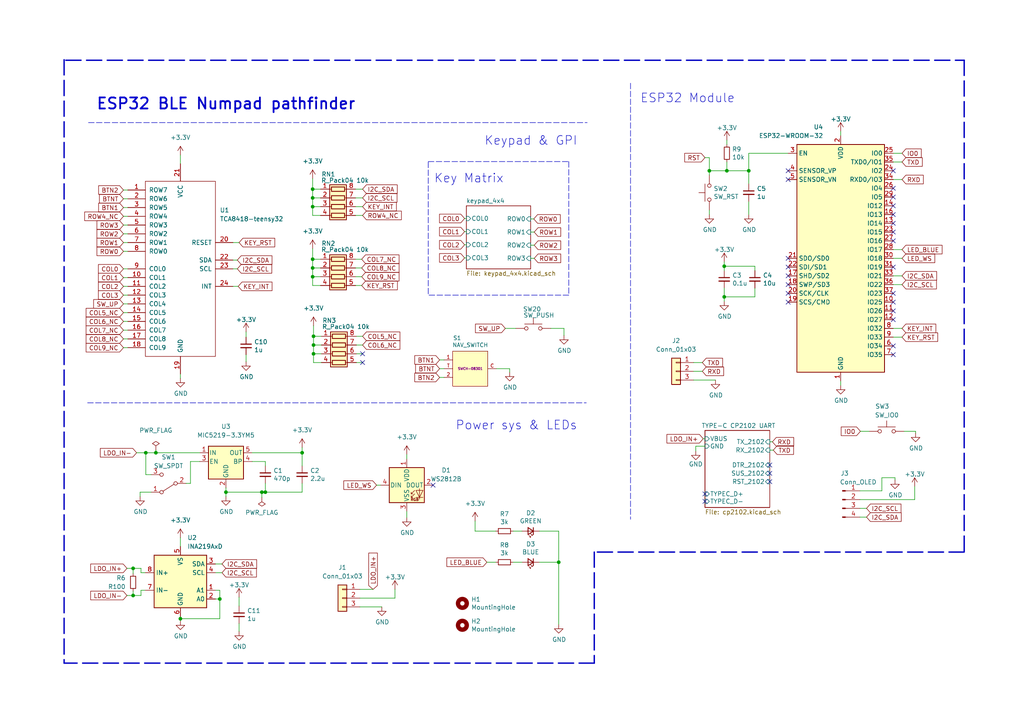
<source format=kicad_sch>
(kicad_sch (version 20211123) (generator eeschema)
  (paper "A4")
  (title_block (title "ESP32 BLE Numpad") (date "2022-10-16") (rev "0.2") (company "cystudio.info"))
  (lib_symbols
    (symbol "Analog_ADC:INA219AxD"
      (property "Reference" "U" (at -6.35 8.89 0))
      (property "Value" "INA219AxD" (at 5.08 8.89 0))
      (symbol "INA219AxD_0_1"
        (rectangle (start -7.62 7.62) (end 7.62 -7.62) (stroke (width 0.254)) (fill (type background)))
      )
      (symbol "INA219AxD_1_1"
        (pin input line (at 10.16 -2.54 180) (length 2.54) (name "A1") (number "1"))
        (pin input line (at 10.16 -5.08 180) (length 2.54) (name "A0") (number "2"))
        (pin bidirectional line (at 10.16 5.08 180) (length 2.54) (name "SDA") (number "3"))
        (pin input line (at 10.16 2.54 180) (length 2.54) (name "SCL") (number "4"))
        (pin power_in line (at 0 10.16 270) (length 2.54) (name "VS") (number "5"))
        (pin power_in line (at 0 -10.16 90) (length 2.54) (name "GND") (number "6"))
        (pin input line (at -10.16 -2.54 0) (length 2.54) (name "IN-") (number "7"))
        (pin input line (at -10.16 2.54 0) (length 2.54) (name "IN+") (number "8"))
      )
    )
    (symbol "Connector:Conn_01x04_Male" (pin_names (offset 1.016) hide)
      (property "Reference" "J" (at 0 5.08 0))
      (property "Value" "Conn_01x04_Male" (at 0 -7.62 0))
      (symbol "Conn_01x04_Male_1_1"
        (polyline (pts (xy 1.27 -5.08) (xy 0.8636 -5.08)) (stroke (width 0.1524)))
        (polyline (pts (xy 1.27 -2.54) (xy 0.8636 -2.54)) (stroke (width 0.1524)))
        (polyline (pts (xy 1.27 0) (xy 0.8636 0)) (stroke (width 0.1524)))
        (polyline (pts (xy 1.27 2.54) (xy 0.8636 2.54)) (stroke (width 0.1524)))
        (rectangle (start 0.8636 -4.953) (end 0 -5.207) (stroke (width 0.1524)) (fill (type outline)))
        (rectangle (start 0.8636 -2.413) (end 0 -2.667) (stroke (width 0.1524)) (fill (type outline)))
        (rectangle (start 0.8636 0.127) (end 0 -0.127) (stroke (width 0.1524)) (fill (type outline)))
        (rectangle (start 0.8636 2.667) (end 0 2.413) (stroke (width 0.1524)) (fill (type outline)))
        (pin passive line (at 5.08 2.54 180) (length 3.81) (name "Pin_1") (number "1"))
        (pin passive line (at 5.08 0 180) (length 3.81) (name "Pin_2") (number "2"))
        (pin passive line (at 5.08 -2.54 180) (length 3.81) (name "Pin_3") (number "3"))
        (pin passive line (at 5.08 -5.08 180) (length 3.81) (name "Pin_4") (number "4"))
      )
    )
    (symbol "Connector_Generic:Conn_01x03" (pin_names (offset 1.016) hide)
      (property "Reference" "J" (at 0 5.08 0))
      (property "Value" "Conn_01x03" (at 0 -5.08 0))
      (symbol "Conn_01x03_1_1"
        (rectangle (start -1.27 -2.413) (end 0 -2.667) (stroke (width 0.1524)))
        (rectangle (start -1.27 0.127) (end 0 -0.127) (stroke (width 0.1524)))
        (rectangle (start -1.27 2.667) (end 0 2.413) (stroke (width 0.1524)))
        (rectangle (start -1.27 3.81) (end 1.27 -3.81) (stroke (width 0.254)) (fill (type background)))
        (pin passive line (at -5.08 2.54 0) (length 3.81) (name "Pin_1") (number "1"))
        (pin passive line (at -5.08 0 0) (length 3.81) (name "Pin_2") (number "2"))
        (pin passive line (at -5.08 -2.54 0) (length 3.81) (name "Pin_3") (number "3"))
      )
    )
    (symbol "Device:C_Small" (pin_numbers hide) (pin_names (offset 0.254) hide)
      (property "Reference" "C" (at 0.254 1.778 0))
      (property "Value" "C_Small" (at 0.254 -2.032 0))
      (symbol "C_Small_0_1"
        (polyline (pts (xy -1.524 -0.508) (xy 1.524 -0.508)) (stroke (width 0.3302)))
        (polyline (pts (xy -1.524 0.508) (xy 1.524 0.508)) (stroke (width 0.3048)))
      )
      (symbol "C_Small_1_1"
        (pin passive line (at 0 2.54 270) (length 2.032) (name "~") (number "1"))
        (pin passive line (at 0 -2.54 90) (length 2.032) (name "~") (number "2"))
      )
    )
    (symbol "Device:LED_Small" (pin_numbers hide) (pin_names (offset 0.254) hide)
      (property "Reference" "D" (at -1.27 3.175 0))
      (property "Value" "LED_Small" (at -4.445 -2.54 0))
      (symbol "LED_Small_0_1"
        (polyline (pts (xy -0.762 -1.016) (xy -0.762 1.016)) (stroke (width 0.254)))
        (polyline (pts (xy 1.016 0) (xy -0.762 0)))
        (polyline (pts (xy 0.762 -1.016) (xy -0.762 0) (xy 0.762 1.016) (xy 0.762 -1.016)) (stroke (width 0.254)))
        (polyline (pts (xy 0 0.762) (xy -0.508 1.27) (xy -0.254 1.27) (xy -0.508 1.27) (xy -0.508 1.016)))
        (polyline (pts (xy 0.508 1.27) (xy 0 1.778) (xy 0.254 1.778) (xy 0 1.778) (xy 0 1.524)))
      )
      (symbol "LED_Small_1_1"
        (pin passive line (at -2.54 0 0) (length 1.778) (name "K") (number "1"))
        (pin passive line (at 2.54 0 180) (length 1.778) (name "A") (number "2"))
      )
    )
    (symbol "Device:R_Pack04" (pin_names (offset 0) hide)
      (property "Reference" "RN" (at -7.62 0 90))
      (property "Value" "R_Pack04" (at 5.08 0 90))
      (symbol "R_Pack04_0_1"
        (rectangle (start -6.35 -2.413) (end 3.81 2.413) (stroke (width 0.254)) (fill (type background)))
        (rectangle (start -5.715 1.905) (end -4.445 -1.905) (stroke (width 0.254)))
        (rectangle (start -3.175 1.905) (end -1.905 -1.905) (stroke (width 0.254)))
        (rectangle (start -0.635 1.905) (end 0.635 -1.905) (stroke (width 0.254)))
        (polyline (pts (xy -5.08 -2.54) (xy -5.08 -1.905)))
        (polyline (pts (xy -5.08 1.905) (xy -5.08 2.54)))
        (polyline (pts (xy -2.54 -2.54) (xy -2.54 -1.905)))
        (polyline (pts (xy -2.54 1.905) (xy -2.54 2.54)))
        (polyline (pts (xy 0 -2.54) (xy 0 -1.905)))
        (polyline (pts (xy 0 1.905) (xy 0 2.54)))
        (polyline (pts (xy 2.54 -2.54) (xy 2.54 -1.905)))
        (polyline (pts (xy 2.54 1.905) (xy 2.54 2.54)))
        (rectangle (start 1.905 1.905) (end 3.175 -1.905) (stroke (width 0.254)))
      )
      (symbol "R_Pack04_1_1"
        (pin passive line (at -5.08 -5.08 90) (length 2.54) (name "R1.1") (number "1"))
        (pin passive line (at -2.54 -5.08 90) (length 2.54) (name "R2.1") (number "2"))
        (pin passive line (at 0 -5.08 90) (length 2.54) (name "R3.1") (number "3"))
        (pin passive line (at 2.54 -5.08 90) (length 2.54) (name "R4.1") (number "4"))
        (pin passive line (at 2.54 5.08 270) (length 2.54) (name "R4.2") (number "5"))
        (pin passive line (at 0 5.08 270) (length 2.54) (name "R3.2") (number "6"))
        (pin passive line (at -2.54 5.08 270) (length 2.54) (name "R2.2") (number "7"))
        (pin passive line (at -5.08 5.08 270) (length 2.54) (name "R1.2") (number "8"))
      )
    )
    (symbol "Device:R_Small" (pin_numbers hide) (pin_names (offset 0.254) hide)
      (property "Reference" "R" (at 0.762 0.508 0))
      (property "Value" "R_Small" (at 0.762 -1.016 0))
      (symbol "R_Small_0_1"
        (rectangle (start -0.762 1.778) (end 0.762 -1.778) (stroke (width 0.2032)))
      )
      (symbol "R_Small_1_1"
        (pin passive line (at 0 2.54 270) (length 0.762) (name "~") (number "1"))
        (pin passive line (at 0 -2.54 90) (length 0.762) (name "~") (number "2"))
      )
    )
    (symbol "LED:WS2812B" (pin_names (offset 0.254))
      (property "Reference" "D" (at 5.08 5.715 0))
      (property "Value" "WS2812B" (at 1.27 -5.715 0))
      (symbol "WS2812B_0_0"
        (text "RGB" (at 2.286 -4.191 0) (effects (font (size 0.762 0.762))))
      )
      (symbol "WS2812B_0_1"
        (polyline (pts (xy 1.27 -3.556) (xy 1.778 -3.556)))
        (polyline (pts (xy 1.27 -2.54) (xy 1.778 -2.54)))
        (polyline (pts (xy 4.699 -3.556) (xy 2.667 -3.556)))
        (polyline (pts (xy 2.286 -2.54) (xy 1.27 -3.556) (xy 1.27 -3.048)))
        (polyline (pts (xy 2.286 -1.524) (xy 1.27 -2.54) (xy 1.27 -2.032)))
        (polyline (pts (xy 3.683 -1.016) (xy 3.683 -3.556) (xy 3.683 -4.064)))
        (polyline (pts (xy 4.699 -1.524) (xy 2.667 -1.524) (xy 3.683 -3.556) (xy 4.699 -1.524)))
        (rectangle (start 5.08 5.08) (end -5.08 -5.08) (stroke (width 0.254)) (fill (type background)))
      )
      (symbol "WS2812B_1_1"
        (pin power_in line (at 0 7.62 270) (length 2.54) (name "VDD") (number "1"))
        (pin output line (at 7.62 0 180) (length 2.54) (name "DOUT") (number "2"))
        (pin power_in line (at 0 -7.62 90) (length 2.54) (name "VSS") (number "3"))
        (pin input line (at -7.62 0 0) (length 2.54) (name "DIN") (number "4"))
      )
    )
    (symbol "Mechanical:MountingHole" (pin_names (offset 1.016))
      (property "Reference" "H" (at 0 5.08 0))
      (property "Value" "MountingHole" (at 0 3.175 0))
      (symbol "MountingHole_0_1"
        (circle (center 0 0) (radius 1.27) (stroke (width 1.27)))
      )
    )
    (symbol "RF_Module:ESP32-WROOM-32"
      (property "Reference" "U" (at -12.7 34.29 0))
      (property "Value" "ESP32-WROOM-32" (at 1.27 34.29 0))
      (symbol "ESP32-WROOM-32_0_1"
        (rectangle (start -12.7 33.02) (end 12.7 -33.02) (stroke (width 0.254)) (fill (type background)))
      )
      (symbol "ESP32-WROOM-32_1_1"
        (pin power_in line (at 0 -35.56 90) (length 2.54) (name "GND") (number "1"))
        (pin bidirectional line (at 15.24 -12.7 180) (length 2.54) (name "IO25") (number "10"))
        (pin bidirectional line (at 15.24 -15.24 180) (length 2.54) (name "IO26") (number "11"))
        (pin bidirectional line (at 15.24 -17.78 180) (length 2.54) (name "IO27") (number "12"))
        (pin bidirectional line (at 15.24 10.16 180) (length 2.54) (name "IO14") (number "13"))
        (pin bidirectional line (at 15.24 15.24 180) (length 2.54) (name "IO12") (number "14"))
        (pin passive line (at 0 -35.56 90) (length 2.54) hide (name "GND") (number "15"))
        (pin bidirectional line (at 15.24 12.7 180) (length 2.54) (name "IO13") (number "16"))
        (pin bidirectional line (at -15.24 -5.08 0) (length 2.54) (name "SHD/SD2") (number "17"))
        (pin bidirectional line (at -15.24 -7.62 0) (length 2.54) (name "SWP/SD3") (number "18"))
        (pin bidirectional line (at -15.24 -12.7 0) (length 2.54) (name "SCS/CMD") (number "19"))
        (pin power_in line (at 0 35.56 270) (length 2.54) (name "VDD") (number "2"))
        (pin bidirectional line (at -15.24 -10.16 0) (length 2.54) (name "SCK/CLK") (number "20"))
        (pin bidirectional line (at -15.24 0 0) (length 2.54) (name "SDO/SD0") (number "21"))
        (pin bidirectional line (at -15.24 -2.54 0) (length 2.54) (name "SDI/SD1") (number "22"))
        (pin bidirectional line (at 15.24 7.62 180) (length 2.54) (name "IO15") (number "23"))
        (pin bidirectional line (at 15.24 25.4 180) (length 2.54) (name "IO2") (number "24"))
        (pin bidirectional line (at 15.24 30.48 180) (length 2.54) (name "IO0") (number "25"))
        (pin bidirectional line (at 15.24 20.32 180) (length 2.54) (name "IO4") (number "26"))
        (pin bidirectional line (at 15.24 5.08 180) (length 2.54) (name "IO16") (number "27"))
        (pin bidirectional line (at 15.24 2.54 180) (length 2.54) (name "IO17") (number "28"))
        (pin bidirectional line (at 15.24 17.78 180) (length 2.54) (name "IO5") (number "29"))
        (pin input line (at -15.24 30.48 0) (length 2.54) (name "EN") (number "3"))
        (pin bidirectional line (at 15.24 0 180) (length 2.54) (name "IO18") (number "30"))
        (pin bidirectional line (at 15.24 -2.54 180) (length 2.54) (name "IO19") (number "31"))
        (pin no_connect line (at -12.7 -27.94 0) (length 2.54) hide (name "NC") (number "32"))
        (pin bidirectional line (at 15.24 -5.08 180) (length 2.54) (name "IO21") (number "33"))
        (pin bidirectional line (at 15.24 22.86 180) (length 2.54) (name "RXD0/IO3") (number "34"))
        (pin bidirectional line (at 15.24 27.94 180) (length 2.54) (name "TXD0/IO1") (number "35"))
        (pin bidirectional line (at 15.24 -7.62 180) (length 2.54) (name "IO22") (number "36"))
        (pin bidirectional line (at 15.24 -10.16 180) (length 2.54) (name "IO23") (number "37"))
        (pin passive line (at 0 -35.56 90) (length 2.54) hide (name "GND") (number "38"))
        (pin passive line (at 0 -35.56 90) (length 2.54) hide (name "GND") (number "39"))
        (pin input line (at -15.24 25.4 0) (length 2.54) (name "SENSOR_VP") (number "4"))
        (pin input line (at -15.24 22.86 0) (length 2.54) (name "SENSOR_VN") (number "5"))
        (pin input line (at 15.24 -25.4 180) (length 2.54) (name "IO34") (number "6"))
        (pin input line (at 15.24 -27.94 180) (length 2.54) (name "IO35") (number "7"))
        (pin bidirectional line (at 15.24 -20.32 180) (length 2.54) (name "IO32") (number "8"))
        (pin bidirectional line (at 15.24 -22.86 180) (length 2.54) (name "IO33") (number "9"))
      )
    )
    (symbol "Regulator_Linear:MIC5219-3.3YM5" (pin_names (offset 0.254))
      (property "Reference" "U" (at -3.81 5.715 0))
      (property "Value" "MIC5219-3.3YM5" (at 0 5.715 0))
      (symbol "MIC5219-3.3YM5_0_1"
        (rectangle (start -5.08 4.445) (end 5.08 -5.08) (stroke (width 0.254)) (fill (type background)))
      )
      (symbol "MIC5219-3.3YM5_1_1"
        (pin power_in line (at -7.62 2.54 0) (length 2.54) (name "IN") (number "1"))
        (pin power_in line (at 0 -7.62 90) (length 2.54) (name "GND") (number "2"))
        (pin input line (at -7.62 0 0) (length 2.54) (name "EN") (number "3"))
        (pin input line (at 7.62 0 180) (length 2.54) (name "BP") (number "4"))
        (pin power_out line (at 7.62 2.54 180) (length 2.54) (name "OUT") (number "5"))
      )
    )
    (symbol "SparkFun-Switches:NAV_SWITCH" (pin_names (offset 1.016) hide)
      (property "Reference" "S1" (at -3.81 8.89 0))
      (property "Value" "NAV_SWITCH" (at 0 6.858 0))
      (property "Field4" "SWCH-08301" (at 0 0 0))
      (symbol "NAV_SWITCH_1_1"
        (polyline (pts (xy -5.08 5.08) (xy 5.08 5.08) (xy 5.08 -5.08) (xy -5.08 -5.08) (xy -5.08 5.08)) (fill (type background)))
        (pin passive line (at -7.62 2.54 0) (length 2.54) (name "1") (number "1"))
        (pin passive line (at -7.62 -2.54 0) (length 2.54) (name "2") (number "2"))
        (pin passive line (at 7.62 0 180) (length 2.54) (name "C") (number "C"))
        (pin passive line (at -7.62 0 0) (length 2.54) (name "T") (number "T"))
      )
    )
    (symbol "Switch:SW_Push" (pin_numbers hide) (pin_names (offset 1.016) hide)
      (property "Reference" "SW" (at 1.27 2.54 0))
      (property "Value" "SW_Push" (at 0 -1.524 0))
      (symbol "SW_Push_0_1"
        (circle (center -2.032 0) (radius 0.508))
        (polyline (pts (xy 0 1.27) (xy 0 3.048)))
        (polyline (pts (xy 2.54 1.27) (xy -2.54 1.27)))
        (circle (center 2.032 0) (radius 0.508))
        (pin passive line (at -5.08 0 0) (length 2.54) (name "1") (number "1"))
        (pin passive line (at 5.08 0 180) (length 2.54) (name "2") (number "2"))
      )
    )
    (symbol "Switch:SW_SPDT" (pin_names (offset 0) hide)
      (property "Reference" "SW" (at 0 4.318 0))
      (property "Value" "SW_SPDT" (at 0 -5.08 0))
      (symbol "SW_SPDT_0_0"
        (circle (center -2.032 0) (radius 0.508))
        (circle (center 2.032 -2.54) (radius 0.508))
      )
      (symbol "SW_SPDT_0_1"
        (polyline (pts (xy -1.524 0.254) (xy 1.651 2.286)))
        (circle (center 2.032 2.54) (radius 0.508))
      )
      (symbol "SW_SPDT_1_1"
        (pin passive line (at 5.08 2.54 180) (length 2.54) (name "A") (number "1"))
        (pin passive line (at -5.08 0 0) (length 2.54) (name "B") (number "2"))
        (pin passive line (at 5.08 -2.54 180) (length 2.54) (name "C") (number "3"))
      )
    )
    (symbol "power:+3.3V" (power) (pin_names (offset 0))
      (property "Value" "+3.3V" (at 0 3.556 0))
      (symbol "+3.3V_0_1"
        (polyline (pts (xy -0.762 1.27) (xy 0 2.54)))
        (polyline (pts (xy 0 0) (xy 0 2.54)))
        (polyline (pts (xy 0 2.54) (xy 0.762 1.27)))
      )
      (symbol "+3.3V_1_1"
        (pin power_in line (at 0 0 90) (length 0) hide (name "+3.3V") (number "1"))
      )
    )
    (symbol "power:GND" (power) (pin_names (offset 0))
      (property "Value" "GND" (at 0 -3.81 0))
      (symbol "GND_0_1"
        (polyline (pts (xy 0 0) (xy 0 -1.27) (xy 1.27 -1.27) (xy 0 -2.54) (xy -1.27 -1.27) (xy 0 -1.27)))
      )
      (symbol "GND_1_1"
        (pin power_in line (at 0 0 270) (length 0) hide (name "GND") (number "1"))
      )
    )
    (symbol "power:PWR_FLAG" (power) (pin_numbers hide) (pin_names (offset 0) hide)
      (property "Value" "PWR_FLAG" (at 0 3.81 0))
      (symbol "PWR_FLAG_0_0"
        (pin power_out line (at 0 0 90) (length 0) (name "pwr") (number "1"))
      )
      (symbol "PWR_FLAG_0_1"
        (polyline (pts (xy 0 0) (xy 0 1.27) (xy -1.016 1.905) (xy 0 2.54) (xy 1.016 1.905) (xy 0 1.27)))
      )
    )
    (symbol "radiotxt-rescue:TCA8418-teensy32" (pin_names (offset 1.016))
      (property "Reference" "U" (at 0 0 0))
      (property "Value" "TCA8418-teensy32" (at 0 0 0))
      (symbol "TCA8418-teensy32_0_1"
        (rectangle (start 8.89 -2.54) (end 29.21 -53.34))
      )
      (symbol "TCA8418-teensy32_1_1"
        (pin input line (at 3.81 -5.08 0) (length 5.08) (name "ROW7") (number "1"))
        (pin input line (at 3.81 -30.48 0) (length 5.08) (name "COL1") (number "10"))
        (pin input line (at 3.81 -33.02 0) (length 5.08) (name "COL2") (number "11"))
        (pin input line (at 3.81 -35.56 0) (length 5.08) (name "COL3") (number "12"))
        (pin input line (at 3.81 -38.1 0) (length 5.08) (name "COL4") (number "13"))
        (pin input line (at 3.81 -40.64 0) (length 5.08) (name "COL5") (number "14"))
        (pin input line (at 3.81 -43.18 0) (length 5.08) (name "COL6") (number "15"))
        (pin input line (at 3.81 -45.72 0) (length 5.08) (name "COL7") (number "16"))
        (pin input line (at 3.81 -48.26 0) (length 5.08) (name "COL8") (number "17"))
        (pin input line (at 3.81 -50.8 0) (length 5.08) (name "COL9") (number "18"))
        (pin passive line (at 19.05 -58.42 90) (length 5.08) (name "GND") (number "19"))
        (pin input line (at 3.81 -7.62 0) (length 5.08) (name "ROW6") (number "2"))
        (pin input line (at 34.29 -20.32 180) (length 5.08) (name "RESET") (number "20"))
        (pin power_in line (at 19.05 2.54 270) (length 5.08) (name "VCC") (number "21"))
        (pin input line (at 34.29 -25.4 180) (length 5.08) (name "SDA") (number "22"))
        (pin input line (at 34.29 -27.94 180) (length 5.08) (name "SCL") (number "23"))
        (pin output line (at 34.29 -33.02 180) (length 5.08) (name "INT") (number "24"))
        (pin input line (at 3.81 -10.16 0) (length 5.08) (name "ROW5") (number "3"))
        (pin input line (at 3.81 -12.7 0) (length 5.08) (name "ROW4") (number "4"))
        (pin input line (at 3.81 -15.24 0) (length 5.08) (name "ROW3") (number "5"))
        (pin input line (at 3.81 -17.78 0) (length 5.08) (name "ROW2") (number "6"))
        (pin input line (at 3.81 -20.32 0) (length 5.08) (name "ROW1") (number "7"))
        (pin input line (at 3.81 -22.86 0) (length 5.08) (name "ROW0") (number "8"))
        (pin input line (at 3.81 -27.94 0) (length 5.08) (name "COL0") (number "9"))
      )
    )
  )
  (junction (at 90.678 77.724))
  (junction (at 210.82 49.53))
  (junction (at 90.678 75.184))
  (junction (at 52.324 179.451))
  (junction (at 90.678 57.404))
  (junction (at 45.212 131.318))
  (junction (at 75.946 142.748))
  (junction (at 90.932 102.616))
  (junction (at 90.932 97.536))
  (junction (at 87.63 131.318))
  (junction (at 217.17 49.53))
  (junction (at 210.058 77.216))
  (junction (at 90.678 80.264))
  (junction (at 63.754 173.736))
  (junction (at 210.058 86.106))
  (junction (at 90.678 54.864))
  (junction (at 38.608 164.846))
  (junction (at 205.74 49.53))
  (junction (at 90.678 59.944))
  (junction (at 90.932 100.076))
  (junction (at 76.962 142.748))
  (junction (at 38.608 172.72))
  (junction (at 42.291 131.318))
  (junction (at 65.532 142.748))
  (junction (at 162.052 163.068))
  (no_connect (at 204.47 143.256))
  (no_connect (at 204.47 145.415))
  (no_connect (at 228.6 74.93))
  (no_connect (at 223.266 137.287))
  (no_connect (at 223.266 139.7))
  (no_connect (at 223.266 134.874))
  (no_connect (at 259.08 49.53))
  (no_connect (at 228.6 85.09))
  (no_connect (at 125.603 140.716))
  (no_connect (at 259.08 85.09))
  (no_connect (at 259.08 100.33))
  (no_connect (at 259.08 77.47))
  (no_connect (at 259.08 67.31))
  (no_connect (at 259.08 69.85))
  (no_connect (at 259.08 57.15))
  (no_connect (at 259.08 59.69))
  (no_connect (at 259.08 62.23))
  (no_connect (at 259.08 64.77))
  (no_connect (at 259.08 54.61))
  (no_connect (at 259.08 102.87))
  (no_connect (at 228.6 80.01))
  (no_connect (at 228.6 52.07))
  (no_connect (at 228.6 49.53))
  (no_connect (at 228.6 82.55))
  (no_connect (at 105.156 102.616))
  (no_connect (at 105.156 105.156))
  (no_connect (at 259.08 87.63))
  (no_connect (at 259.08 90.17))
  (no_connect (at 259.08 92.71))
  (no_connect (at 228.6 77.47))
  (no_connect (at 228.6 87.63))
  (polyline (pts (xy 25.4 116.84) (xy 170.053 116.84)))
  (wire (pts (xy 103.124 57.404) (xy 105.156 57.404)))
  (wire (pts (xy 103.124 75.184) (xy 104.902 75.184)))
  (wire (pts (xy 127.508 109.474) (xy 128.778 109.474)))
  (polyline (pts (xy 124.206 46.863) (xy 164.973 46.863)))
  (wire (pts (xy 87.63 140.208) (xy 87.63 142.748)))
  (wire (pts (xy 265.303 141.097) (xy 265.303 144.907)))
  (wire (pts (xy 37.084 62.738) (xy 35.814 62.738)))
  (wire (pts (xy 65.532 142.748) (xy 65.532 144.018)))
  (wire (pts (xy 255.778 138.557) (xy 259.588 138.557)))
  (polyline (pts (xy 124.206 46.99) (xy 124.206 85.598)))
  (wire (pts (xy 134.747 74.803) (xy 135.255 74.803)))
  (wire (pts (xy 255.778 138.557) (xy 255.778 142.367)))
  (wire (pts (xy 103.124 77.724) (xy 104.902 77.724)))
  (wire (pts (xy 210.82 40.64) (xy 210.82 41.91)))
  (wire (pts (xy 92.964 77.724) (xy 90.678 77.724)))
  (wire (pts (xy 37.084 88.138) (xy 35.814 88.138)))
  (wire (pts (xy 205.74 49.53) (xy 210.82 49.53)))
  (wire (pts (xy 210.82 46.99) (xy 210.82 49.53)))
  (wire (pts (xy 114.554 170.942) (xy 114.554 173.482)))
  (wire (pts (xy 134.747 67.183) (xy 135.255 67.183)))
  (wire (pts (xy 90.678 51.816) (xy 90.678 54.864)))
  (wire (pts (xy 40.894 172.72) (xy 40.894 171.196)))
  (wire (pts (xy 159.766 95.25) (xy 163.576 95.25)))
  (wire (pts (xy 104.394 170.942) (xy 108.204 170.942)))
  (wire (pts (xy 40.894 171.196) (xy 42.164 171.196)))
  (wire (pts (xy 92.964 57.404) (xy 90.678 57.404)))
  (wire (pts (xy 36.83 172.72) (xy 38.608 172.72)))
  (wire (pts (xy 249.428 144.907) (xy 265.303 144.907)))
  (wire (pts (xy 210.058 86.106) (xy 210.058 87.376)))
  (wire (pts (xy 103.378 105.156) (xy 105.156 105.156)))
  (wire (pts (xy 218.948 77.216) (xy 210.058 77.216)))
  (wire (pts (xy 35.814 80.518) (xy 37.084 80.518)))
  (wire (pts (xy 35.814 93.218) (xy 37.084 93.218)))
  (wire (pts (xy 205.74 62.23) (xy 205.74 60.96)))
  (wire (pts (xy 218.948 86.106) (xy 218.948 83.566)))
  (wire (pts (xy 75.946 142.748) (xy 75.946 144.272)))
  (wire (pts (xy 103.124 59.944) (xy 105.156 59.944)))
  (wire (pts (xy 67.564 70.358) (xy 69.342 70.358)))
  (wire (pts (xy 90.932 105.156) (xy 93.218 105.156)))
  (wire (pts (xy 146.558 95.25) (xy 149.606 95.25)))
  (wire (pts (xy 243.84 38.1) (xy 243.84 39.37)))
  (wire (pts (xy 38.608 172.72) (xy 38.608 171.45)))
  (wire (pts (xy 104.394 176.022) (xy 110.744 176.022)))
  (wire (pts (xy 62.484 163.576) (xy 64.389 163.576)))
  (wire (pts (xy 103.124 80.264) (xy 104.902 80.264)))
  (polyline (pts (xy 182.88 24.13) (xy 182.88 150.622)))
  (wire (pts (xy 35.814 60.198) (xy 37.084 60.198)))
  (wire (pts (xy 217.17 49.53) (xy 217.17 53.34)))
  (wire (pts (xy 87.63 129.794) (xy 87.63 131.318)))
  (wire (pts (xy 39.624 131.318) (xy 42.291 131.318)))
  (wire (pts (xy 62.484 173.736) (xy 63.754 173.736)))
  (wire (pts (xy 104.394 173.482) (xy 114.554 173.482)))
  (wire (pts (xy 67.564 75.438) (xy 68.834 75.438)))
  (wire (pts (xy 90.678 77.724) (xy 90.678 80.264)))
  (wire (pts (xy 204.47 45.72) (xy 205.74 45.72)))
  (wire (pts (xy 43.815 137.668) (xy 42.291 137.668)))
  (wire (pts (xy 87.63 131.318) (xy 87.63 135.128)))
  (wire (pts (xy 205.74 50.8) (xy 205.74 49.53)))
  (wire (pts (xy 201.803 129.413) (xy 204.47 129.413)))
  (wire (pts (xy 156.464 154.051) (xy 162.052 154.051)))
  (wire (pts (xy 153.924 63.5) (xy 154.813 63.5)))
  (wire (pts (xy 52.324 108.458) (xy 52.324 109.728)))
  (wire (pts (xy 71.374 96.266) (xy 71.374 97.79)))
  (wire (pts (xy 90.932 94.488) (xy 90.932 97.536)))
  (polyline (pts (xy 279.654 17.4752) (xy 279.654 160.1216)) (stroke (width 0.4)))
  (wire (pts (xy 127.508 104.394) (xy 128.778 104.394)))
  (wire (pts (xy 117.983 131.826) (xy 117.983 133.096)))
  (wire (pts (xy 262.255 125.095) (xy 265.557 125.095)))
  (wire (pts (xy 63.754 171.196) (xy 62.484 171.196)))
  (wire (pts (xy 134.747 70.993) (xy 135.255 70.993)))
  (polyline (pts (xy 172.3644 160.1216) (xy 172.3644 192.3288)) (stroke (width 0.4)))
  (wire (pts (xy 137.795 151.13) (xy 137.795 154.051)))
  (wire (pts (xy 45.212 131.318) (xy 57.912 131.318)))
  (wire (pts (xy 249.428 149.987) (xy 251.333 149.987)))
  (wire (pts (xy 45.212 130.556) (xy 45.212 131.318)))
  (wire (pts (xy 87.63 142.748) (xy 76.962 142.748)))
  (polyline (pts (xy 164.973 46.863) (xy 164.973 85.598)))
  (wire (pts (xy 90.678 72.136) (xy 90.678 75.184)))
  (wire (pts (xy 40.64 144.018) (xy 40.64 142.748)))
  (wire (pts (xy 63.754 173.736) (xy 63.754 171.196)))
  (wire (pts (xy 201.803 130.81) (xy 201.803 129.413)))
  (wire (pts (xy 35.814 67.818) (xy 37.084 67.818)))
  (wire (pts (xy 67.564 83.058) (xy 69.088 83.058)))
  (wire (pts (xy 210.058 86.106) (xy 218.948 86.106)))
  (wire (pts (xy 69.342 173.228) (xy 69.342 175.768)))
  (wire (pts (xy 35.814 85.598) (xy 37.084 85.598)))
  (polyline (pts (xy 25.654 35.56) (xy 170.307 35.56)))
  (wire (pts (xy 90.932 102.616) (xy 93.218 102.616)))
  (wire (pts (xy 90.678 57.404) (xy 90.678 59.944)))
  (wire (pts (xy 103.378 102.616) (xy 105.156 102.616)))
  (wire (pts (xy 201.168 107.696) (xy 203.708 107.696)))
  (wire (pts (xy 63.754 179.451) (xy 63.754 173.736)))
  (wire (pts (xy 147.828 106.934) (xy 147.828 107.95)))
  (wire (pts (xy 55.245 140.208) (xy 55.245 133.858)))
  (wire (pts (xy 205.74 45.72) (xy 205.74 49.53)))
  (wire (pts (xy 38.608 164.846) (xy 40.894 164.846)))
  (wire (pts (xy 103.124 82.804) (xy 104.902 82.804)))
  (wire (pts (xy 162.052 163.068) (xy 162.052 181.102)))
  (wire (pts (xy 90.678 75.184) (xy 90.678 77.724)))
  (wire (pts (xy 35.814 83.058) (xy 37.084 83.058)))
  (wire (pts (xy 42.291 137.668) (xy 42.291 131.318)))
  (wire (pts (xy 259.588 138.557) (xy 259.588 139.192)))
  (wire (pts (xy 35.814 77.978) (xy 37.084 77.978)))
  (wire (pts (xy 73.152 131.318) (xy 87.63 131.318)))
  (wire (pts (xy 249.428 147.447) (xy 251.333 147.447)))
  (wire (pts (xy 103.124 62.484) (xy 105.156 62.484)))
  (wire (pts (xy 35.814 72.898) (xy 37.084 72.898)))
  (wire (pts (xy 40.894 166.116) (xy 42.164 166.116)))
  (wire (pts (xy 35.814 95.758) (xy 37.084 95.758)))
  (wire (pts (xy 103.378 100.076) (xy 105.156 100.076)))
  (wire (pts (xy 103.124 54.864) (xy 105.156 54.864)))
  (wire (pts (xy 151.384 163.068) (xy 148.844 163.068)))
  (wire (pts (xy 210.058 75.946) (xy 210.058 77.216)))
  (wire (pts (xy 218.948 78.486) (xy 218.948 77.216)))
  (wire (pts (xy 38.608 172.72) (xy 40.894 172.72)))
  (wire (pts (xy 259.08 74.93) (xy 261.62 74.93)))
  (wire (pts (xy 249.555 125.095) (xy 252.095 125.095)))
  (wire (pts (xy 217.17 44.45) (xy 228.6 44.45)))
  (wire (pts (xy 265.557 125.603) (xy 265.557 125.095)))
  (wire (pts (xy 35.814 100.838) (xy 37.084 100.838)))
  (polyline (pts (xy 172.3644 192.3288) (xy 18.5928 192.3288)) (stroke (width 0.4)))
  (wire (pts (xy 156.464 163.068) (xy 162.052 163.068)))
  (wire (pts (xy 137.795 154.051) (xy 143.764 154.051)))
  (wire (pts (xy 210.058 77.216) (xy 210.058 78.486)))
  (wire (pts (xy 92.964 75.184) (xy 90.678 75.184)))
  (wire (pts (xy 90.678 59.944) (xy 92.964 59.944)))
  (wire (pts (xy 71.374 102.87) (xy 71.374 104.902)))
  (wire (pts (xy 90.678 54.864) (xy 90.678 57.404)))
  (wire (pts (xy 35.814 65.278) (xy 37.084 65.278)))
  (polyline (pts (xy 18.5928 17.3228) (xy 18.5928 192.3288)) (stroke (width 0.4)))
  (wire (pts (xy 93.218 100.076) (xy 90.932 100.076)))
  (wire (pts (xy 75.946 142.748) (xy 65.532 142.748)))
  (wire (pts (xy 103.378 97.536) (xy 105.156 97.536)))
  (wire (pts (xy 153.924 74.93) (xy 154.94 74.93)))
  (wire (pts (xy 201.168 105.156) (xy 203.708 105.156)))
  (wire (pts (xy 90.932 97.536) (xy 90.932 100.076)))
  (wire (pts (xy 90.678 62.484) (xy 92.964 62.484)))
  (wire (pts (xy 259.08 44.45) (xy 261.62 44.45)))
  (wire (pts (xy 259.08 80.01) (xy 261.62 80.01)))
  (wire (pts (xy 76.962 142.748) (xy 75.946 142.748)))
  (wire (pts (xy 223.266 130.556) (xy 224.282 130.556)))
  (polyline (pts (xy 279.654 160.1216) (xy 172.3644 160.1216)) (stroke (width 0.4)))
  (wire (pts (xy 73.152 133.858) (xy 76.962 133.858)))
  (wire (pts (xy 90.932 100.076) (xy 90.932 102.616)))
  (wire (pts (xy 90.678 82.804) (xy 92.964 82.804)))
  (wire (pts (xy 90.678 80.264) (xy 90.678 82.804)))
  (wire (pts (xy 203.962 127.254) (xy 204.47 127.254)))
  (wire (pts (xy 35.814 70.358) (xy 37.084 70.358)))
  (wire (pts (xy 92.964 54.864) (xy 90.678 54.864)))
  (wire (pts (xy 217.17 44.45) (xy 217.17 49.53)))
  (wire (pts (xy 259.08 72.39) (xy 261.62 72.39)))
  (wire (pts (xy 35.814 57.658) (xy 37.084 57.658)))
  (wire (pts (xy 93.218 97.536) (xy 90.932 97.536)))
  (wire (pts (xy 153.924 71.12) (xy 154.94 71.12)))
  (wire (pts (xy 162.052 154.051) (xy 162.052 163.068)))
  (wire (pts (xy 67.564 77.978) (xy 68.834 77.978)))
  (wire (pts (xy 217.17 58.42) (xy 217.17 62.23)))
  (wire (pts (xy 52.324 179.451) (xy 63.754 179.451)))
  (wire (pts (xy 255.778 142.367) (xy 249.428 142.367)))
  (wire (pts (xy 90.932 102.616) (xy 90.932 105.156)))
  (wire (pts (xy 223.266 128.143) (xy 224.028 128.143)))
  (wire (pts (xy 243.84 110.49) (xy 243.84 111.76)))
  (wire (pts (xy 52.324 155.956) (xy 52.324 158.496)))
  (wire (pts (xy 62.484 166.116) (xy 64.389 166.116)))
  (wire (pts (xy 55.245 133.858) (xy 57.912 133.858)))
  (wire (pts (xy 210.058 83.566) (xy 210.058 86.106)))
  (wire (pts (xy 69.342 180.848) (xy 69.342 183.134)))
  (wire (pts (xy 76.962 140.208) (xy 76.962 142.748)))
  (wire (pts (xy 134.747 63.373) (xy 135.255 63.373)))
  (wire (pts (xy 40.64 142.748) (xy 43.815 142.748)))
  (wire (pts (xy 36.83 164.846) (xy 38.608 164.846)))
  (wire (pts (xy 52.324 178.816) (xy 52.324 179.451)))
  (wire (pts (xy 259.08 97.79) (xy 261.62 97.79)))
  (wire (pts (xy 201.168 110.236) (xy 207.518 110.236)))
  (wire (pts (xy 90.678 59.944) (xy 90.678 62.484)))
  (wire (pts (xy 76.962 133.858) (xy 76.962 135.128)))
  (wire (pts (xy 261.62 46.99) (xy 259.08 46.99)))
  (wire (pts (xy 143.764 163.068) (xy 141.224 163.068)))
  (wire (pts (xy 52.324 44.958) (xy 52.324 47.498)))
  (wire (pts (xy 163.576 95.25) (xy 163.576 97.282)))
  (wire (pts (xy 109.22 140.716) (xy 110.363 140.716)))
  (wire (pts (xy 52.324 179.451) (xy 52.324 180.086)))
  (wire (pts (xy 151.384 154.051) (xy 148.844 154.051)))
  (polyline (pts (xy 19.1008 17.4752) (xy 279.654 17.4752)) (stroke (width 0.4)))
  (wire (pts (xy 144.018 106.934) (xy 147.828 106.934)))
  (wire (pts (xy 65.532 142.748) (xy 65.532 141.478)))
  (wire (pts (xy 117.983 148.336) (xy 117.983 150.114)))
  (wire (pts (xy 210.82 49.53) (xy 217.17 49.53)))
  (wire (pts (xy 37.084 55.118) (xy 35.814 55.118)))
  (wire (pts (xy 261.62 82.55) (xy 259.08 82.55)))
  (wire (pts (xy 153.924 67.31) (xy 154.94 67.31)))
  (wire (pts (xy 53.975 140.208) (xy 55.245 140.208)))
  (wire (pts (xy 40.894 164.846) (xy 40.894 166.116)))
  (wire (pts (xy 38.608 164.846) (xy 38.608 166.37)))
  (polyline (pts (xy 164.973 85.598) (xy 124.206 85.598)))
  (wire (pts (xy 261.62 52.07) (xy 259.08 52.07)))
  (wire (pts (xy 42.291 131.318) (xy 45.212 131.318)))
  (wire (pts (xy 127.508 106.934) (xy 128.778 106.934)))
  (wire (pts (xy 35.814 90.678) (xy 37.084 90.678)))
  (wire (pts (xy 35.814 98.298) (xy 37.084 98.298)))
  (wire (pts (xy 259.08 95.25) (xy 261.62 95.25)))
  (wire (pts (xy 90.678 80.264) (xy 92.964 80.264)))
  (text "ESP32 Module" (at 185.674 30.099 0) (effects (font (size 2.54 2.54)) (justify left bottom)))
  (text "ESP32 BLE Numpad pathfinder\n" (at 27.813 32.131 0) (effects (font (size 3.2 3.2) (thickness 0.508) bold) (justify left bottom)))
  (text "Key Matrix\n" (at 125.857 53.34 0) (effects (font (size 2.54 2.54)) (justify left bottom)))
  (text "Keypad & GPI" (at 140.462 42.418 0) (effects (font (size 2.54 2.54)) (justify left bottom)))
  (text "Power sys & LEDs\n" (at 132.08 124.968 0) (effects (font (size 2.54 2.54)) (justify left bottom)))
  (global_label "TXD" (shape input) (at 261.62 46.99 0) (property "Intersheet References" "${INTERSHEET_REFS}" (effects hide)))
  (global_label "COL5_NC" (shape input) (at 105.156 97.536 0) (property "Intersheet References" "${INTERSHEET_REFS}" (effects hide)))
  (global_label "ROW0" (shape input) (at 35.814 72.898 180) (property "Intersheet References" "${INTERSHEET_REFS}" (effects hide)))
  (global_label "BTNT" (shape input) (at 35.814 57.658 180) (property "Intersheet References" "${INTERSHEET_REFS}" (effects hide)))
  (global_label "ROW2" (shape input) (at 35.814 67.818 180) (property "Intersheet References" "${INTERSHEET_REFS}" (effects hide)))
  (global_label "I2C_SDA" (shape input) (at 251.333 149.987 0) (property "Intersheet References" "${INTERSHEET_REFS}" (effects hide)))
  (global_label "COL1" (shape input) (at 35.814 80.518 180) (property "Intersheet References" "${INTERSHEET_REFS}" (effects hide)))
  (global_label "I2C_SDA" (shape input) (at 105.156 54.864 0) (property "Intersheet References" "${INTERSHEET_REFS}" (effects hide)))
  (global_label "ROW3" (shape input) (at 35.814 65.278 180) (property "Intersheet References" "${INTERSHEET_REFS}" (effects hide)))
  (global_label "I2C_SCL" (shape input) (at 68.834 77.978 0) (property "Intersheet References" "${INTERSHEET_REFS}" (effects hide)))
  (global_label "KEY_RST" (shape input) (at 69.342 70.358 0) (property "Intersheet References" "${INTERSHEET_REFS}" (effects hide)))
  (global_label "BTNT" (shape input) (at 127.508 106.934 180) (property "Intersheet References" "${INTERSHEET_REFS}" (effects hide)))
  (global_label "COL7_NC" (shape input) (at 104.902 75.184 0) (property "Intersheet References" "${INTERSHEET_REFS}" (effects hide)))
  (global_label "COL8_NC" (shape input) (at 104.902 77.724 0) (property "Intersheet References" "${INTERSHEET_REFS}" (effects hide)))
  (global_label "IO0" (shape input) (at 261.62 44.45 0) (property "Intersheet References" "${INTERSHEET_REFS}" (effects hide)))
  (global_label "I2C_SCL" (shape input) (at 261.62 82.55 0) (property "Intersheet References" "${INTERSHEET_REFS}" (effects hide)))
  (global_label "BTN2" (shape input) (at 127.508 109.474 180) (property "Intersheet References" "${INTERSHEET_REFS}" (effects hide)))
  (global_label "LDO_IN-" (shape input) (at 39.624 131.318 180) (property "Intersheet References" "${INTERSHEET_REFS}" (effects hide)))
  (global_label "COL2" (shape input) (at 134.747 70.993 180) (property "Intersheet References" "${INTERSHEET_REFS}" (effects hide)))
  (global_label "LDO_IN+" (shape input) (at 203.962 127.254 180) (property "Intersheet References" "${INTERSHEET_REFS}" (effects hide)))
  (global_label "RXD" (shape input) (at 224.028 128.143 0) (property "Intersheet References" "${INTERSHEET_REFS}" (effects hide)))
  (global_label "COL7_NC" (shape input) (at 35.814 95.758 180) (property "Intersheet References" "${INTERSHEET_REFS}" (effects hide)))
  (global_label "LED_BLUE" (shape input) (at 141.224 163.068 180) (property "Intersheet References" "${INTERSHEET_REFS}" (effects hide)))
  (global_label "LDO_IN+" (shape input) (at 36.83 164.846 180) (property "Intersheet References" "${INTERSHEET_REFS}" (effects hide)))
  (global_label "COL2" (shape input) (at 35.814 83.058 180) (property "Intersheet References" "${INTERSHEET_REFS}" (effects hide)))
  (global_label "KEY_INT" (shape input) (at 69.088 83.058 0) (property "Intersheet References" "${INTERSHEET_REFS}" (effects hide)))
  (global_label "ROW1" (shape input) (at 35.814 70.358 180) (property "Intersheet References" "${INTERSHEET_REFS}" (effects hide)))
  (global_label "COL5_NC" (shape input) (at 35.814 90.678 180) (property "Intersheet References" "${INTERSHEET_REFS}" (effects hide)))
  (global_label "ROW4_NC" (shape input) (at 105.156 62.484 0) (property "Intersheet References" "${INTERSHEET_REFS}" (effects hide)))
  (global_label "ROW4_NC" (shape input) (at 35.814 62.738 180) (property "Intersheet References" "${INTERSHEET_REFS}" (effects hide)))
  (global_label "COL1" (shape input) (at 134.747 67.183 180) (property "Intersheet References" "${INTERSHEET_REFS}" (effects hide)))
  (global_label "ROW1" (shape input) (at 154.94 67.31 0) (property "Intersheet References" "${INTERSHEET_REFS}" (effects hide)))
  (global_label "COL3" (shape input) (at 134.747 74.803 180) (property "Intersheet References" "${INTERSHEET_REFS}" (effects hide)))
  (global_label "I2C_SDA" (shape input) (at 261.62 80.01 0) (property "Intersheet References" "${INTERSHEET_REFS}" (effects hide)))
  (global_label "SW_UP" (shape input) (at 35.814 88.138 180) (property "Intersheet References" "${INTERSHEET_REFS}" (effects hide)))
  (global_label "BTN1" (shape input) (at 35.814 60.198 180) (property "Intersheet References" "${INTERSHEET_REFS}" (effects hide)))
  (global_label "I2C_SCL" (shape input) (at 251.333 147.447 0) (property "Intersheet References" "${INTERSHEET_REFS}" (effects hide)))
  (global_label "LDO_IN-" (shape input) (at 36.83 172.72 180) (property "Intersheet References" "${INTERSHEET_REFS}" (effects hide)))
  (global_label "I2C_SCL" (shape input) (at 105.156 57.404 0) (property "Intersheet References" "${INTERSHEET_REFS}" (effects hide)))
  (global_label "SW_UP" (shape input) (at 146.558 95.25 180) (property "Intersheet References" "${INTERSHEET_REFS}" (effects hide)))
  (global_label "RXD" (shape input) (at 203.708 107.696 0) (property "Intersheet References" "${INTERSHEET_REFS}" (effects hide)))
  (global_label "COL9_NC" (shape input) (at 104.902 80.264 0) (property "Intersheet References" "${INTERSHEET_REFS}" (effects hide)))
  (global_label "RST" (shape input) (at 204.47 45.72 180) (property "Intersheet References" "${INTERSHEET_REFS}" (effects hide)))
  (global_label "COL3" (shape input) (at 35.814 85.598 180) (property "Intersheet References" "${INTERSHEET_REFS}" (effects hide)))
  (global_label "I2C_SCL" (shape input) (at 64.389 166.116 0) (property "Intersheet References" "${INTERSHEET_REFS}" (effects hide)))
  (global_label "COL9_NC" (shape input) (at 35.814 100.838 180) (property "Intersheet References" "${INTERSHEET_REFS}" (effects hide)))
  (global_label "TXD" (shape input) (at 203.708 105.156 0) (property "Intersheet References" "${INTERSHEET_REFS}" (effects hide)))
  (global_label "ROW2" (shape input) (at 154.94 71.12 0) (property "Intersheet References" "${INTERSHEET_REFS}" (effects hide)))
  (global_label "RXD" (shape input) (at 261.62 52.07 0) (property "Intersheet References" "${INTERSHEET_REFS}" (effects hide)))
  (global_label "COL6_NC" (shape input) (at 35.814 93.218 180) (property "Intersheet References" "${INTERSHEET_REFS}" (effects hide)))
  (global_label "KEY_RST" (shape input) (at 104.902 82.804 0) (property "Intersheet References" "${INTERSHEET_REFS}" (effects hide)))
  (global_label "TXD" (shape input) (at 224.282 130.556 0) (property "Intersheet References" "${INTERSHEET_REFS}" (effects hide)))
  (global_label "KEY_INT" (shape input) (at 105.156 59.944 0) (property "Intersheet References" "${INTERSHEET_REFS}" (effects hide)))
  (global_label "LED_WS" (shape input) (at 109.22 140.716 180) (property "Intersheet References" "${INTERSHEET_REFS}" (effects hide)))
  (global_label "LED_WS" (shape input) (at 261.62 74.93 0) (property "Intersheet References" "${INTERSHEET_REFS}" (effects hide)))
  (global_label "I2C_SDA" (shape input) (at 64.389 163.576 0) (property "Intersheet References" "${INTERSHEET_REFS}" (effects hide)))
  (global_label "COL0" (shape input) (at 35.814 77.978 180) (property "Intersheet References" "${INTERSHEET_REFS}" (effects hide)))
  (global_label "I2C_SDA" (shape input) (at 68.834 75.438 0) (property "Intersheet References" "${INTERSHEET_REFS}" (effects hide)))
  (global_label "LDO_IN+" (shape input) (at 108.204 170.942 90) (property "Intersheet References" "${INTERSHEET_REFS}" (effects hide)))
  (global_label "COL8_NC" (shape input) (at 35.814 98.298 180) (property "Intersheet References" "${INTERSHEET_REFS}" (effects hide)))
  (global_label "BTN2" (shape input) (at 35.814 55.118 180) (property "Intersheet References" "${INTERSHEET_REFS}" (effects hide)))
  (global_label "IO0" (shape input) (at 249.555 125.095 180) (property "Intersheet References" "${INTERSHEET_REFS}" (effects hide)))
  (global_label "KEY_RST" (shape input) (at 261.62 97.79 0) (property "Intersheet References" "${INTERSHEET_REFS}" (effects hide)))
  (global_label "COL6_NC" (shape input) (at 105.156 100.076 0) (property "Intersheet References" "${INTERSHEET_REFS}" (effects hide)))
  (global_label "KEY_INT" (shape input) (at 261.62 95.25 0) (property "Intersheet References" "${INTERSHEET_REFS}" (effects hide)))
  (global_label "COL0" (shape input) (at 134.747 63.373 180) (property "Intersheet References" "${INTERSHEET_REFS}" (effects hide)))
  (global_label "ROW3" (shape input) (at 154.94 74.93 0) (property "Intersheet References" "${INTERSHEET_REFS}" (effects hide)))
  (global_label "LED_BLUE" (shape input) (at 261.62 72.39 0) (property "Intersheet References" "${INTERSHEET_REFS}" (effects hide)))
  (global_label "BTN1" (shape input) (at 127.508 104.394 180) (property "Intersheet References" "${INTERSHEET_REFS}" (effects hide)))
  (global_label "ROW0" (shape input) (at 154.813 63.5 0) (property "Intersheet References" "${INTERSHEET_REFS}" (effects hide)))
  (symbol (lib_id "Mechanical:MountingHole") (at 134.112 175.006 0) (unit 1)
    (property "Reference" "H1" (at 136.652 173.8376 0) (effects (justify left)))
    (property "Value" "MountingHole" (at 136.652 176.149 0) (effects (justify left)))
    (property "Footprint" "MountingHole:MountingHole_3.2mm_M3" (effects hide))
  )
  (symbol (lib_id "RF_Module:ESP32-WROOM-32") (at 243.84 74.93 0) (unit 1)
    (property "Reference" "U4" (at 238.76 36.83 0) (effects (justify right)))
    (property "Value" "ESP32-WROOM-32" (at 238.76 39.37 0) (effects (justify right)))
    (property "Footprint" "RF_Module:ESP32-WROOM-32" (effects hide))
    (property "Datasheet" "https://www.espressif.com/sites/default/files/documentation/esp32-wroom-32_datasheet_en.pdf" (effects hide))
  )
  (symbol (lib_id "power:+3.3V") (at 243.84 38.1 0) (unit 1)
    (property "Reference" "#PWR025" (effects hide))
    (property "Value" "+3.3V" (at 243.84 34.544 0))
  )
  (symbol (lib_id "power:GND") (at 243.84 111.76 0) (unit 1)
    (property "Reference" "#PWR026" (effects hide))
    (property "Value" "GND" (at 243.967 116.1542 0))
  )
  (symbol (lib_id "power:+3.3V") (at 210.82 40.64 0) (unit 1)
    (property "Reference" "#PWR023" (effects hide))
    (property "Value" "+3.3V" (at 210.82 37.084 0))
  )
  (symbol (lib_id "Device:R_Small") (at 210.82 44.45 0) (unit 1)
    (property "Reference" "R9" (at 212.3186 43.2816 0) (effects (justify left)))
    (property "Value" "10k" (at 212.3186 45.593 0) (effects (justify left)))
    (property "Footprint" "Resistor_SMD:R_0805_2012Metric_Pad1.20x1.40mm_HandSolder" (effects hide))
  )
  (symbol (lib_id "power:GND") (at 217.17 62.23 0) (unit 1)
    (property "Reference" "#PWR024" (effects hide))
    (property "Value" "GND" (at 217.297 66.6242 0))
  )
  (symbol (lib_id "Device:C_Small") (at 217.17 55.88 0) (unit 1)
    (property "Reference" "C5" (at 219.5068 54.7116 0) (effects (justify left)))
    (property "Value" "1u" (at 219.5068 57.023 0) (effects (justify left)))
    (property "Footprint" "Capacitor_SMD:C_0805_2012Metric_Pad1.18x1.45mm_HandSolder" (effects hide))
  )
  (symbol (lib_id "Switch:SW_Push") (at 205.74 55.88 90) (unit 1)
    (property "Reference" "SW2" (at 206.9592 54.7116 90) (effects (justify right)))
    (property "Value" "SW_RST" (at 206.9592 57.023 90) (effects (justify right)))
    (property "Footprint" "sf-Switches:TACTILE_SWITCH_SMD_6.0X3.5MM" (effects hide))
  )
  (symbol (lib_id "power:GND") (at 205.74 62.23 0) (unit 1)
    (property "Reference" "#PWR020" (effects hide))
    (property "Value" "GND" (at 205.867 66.6242 0))
  )
  (symbol (lib_id "power:+3.3V") (at 210.058 75.946 0) (unit 1)
    (property "Reference" "#PWR021" (effects hide))
    (property "Value" "+3.3V" (at 210.058 72.39 0))
  )
  (symbol (lib_id "Device:C_Small") (at 210.058 81.026 0) (unit 1)
    (property "Reference" "C3" (at 212.3948 79.8576 0) (effects (justify left)))
    (property "Value" "0.1u" (at 212.3948 82.169 0) (effects (justify left)))
    (property "Footprint" "Capacitor_SMD:C_0805_2012Metric_Pad1.18x1.45mm_HandSolder" (effects hide))
  )
  (symbol (lib_id "Device:C_Small") (at 218.948 81.026 0) (unit 1)
    (property "Reference" "C4" (at 221.2848 79.8576 0) (effects (justify left)))
    (property "Value" "10u" (at 221.2848 82.169 0) (effects (justify left)))
    (property "Footprint" "Capacitor_SMD:C_0805_2012Metric_Pad1.18x1.45mm_HandSolder" (effects hide))
  )
  (symbol (lib_id "power:GND") (at 210.058 87.376 0) (unit 1)
    (property "Reference" "#PWR022" (effects hide))
    (property "Value" "GND" (at 210.185 91.7702 0))
  )
  (symbol (lib_id "Switch:SW_Push") (at 257.175 125.095 0) (unit 1)
    (property "Reference" "SW3" (at 257.937 117.856 0) (effects (justify right)))
    (property "Value" "SW_IO0" (at 260.731 120.396 0) (effects (justify right)))
    (property "Footprint" "sf-Switches:TACTILE_SWITCH_SMD_6.0X3.5MM" (effects hide))
  )
  (symbol (lib_id "power:GND") (at 265.557 125.603 0) (unit 1)
    (property "Reference" "#PWR028" (effects hide))
    (property "Value" "GND" (at 265.684 129.9972 0))
  )
  (symbol (lib_id "Device:R_Small") (at 146.304 163.068 270) (unit 1)
    (property "Reference" "R8" (at 146.304 158.0896 90))
    (property "Value" "3k" (at 146.304 160.401 90))
    (property "Footprint" "Resistor_SMD:R_0805_2012Metric_Pad1.20x1.40mm_HandSolder" (effects hide))
  )
  (symbol (lib_id "Device:LED_Small") (at 153.924 163.068 180) (unit 1)
    (property "Reference" "D3" (at 153.924 157.8102 0))
    (property "Value" "BLUE" (at 153.924 160.1216 0))
    (property "Footprint" "LED_SMD:LED_0805_2012Metric_Pad1.15x1.40mm_HandSolder" (effects hide))
  )
  (symbol (lib_id "Device:R_Small") (at 146.304 154.051 270) (unit 1)
    (property "Reference" "R7" (at 146.304 149.0726 90))
    (property "Value" "3k" (at 146.304 151.384 90))
    (property "Footprint" "Resistor_SMD:R_0805_2012Metric_Pad1.20x1.40mm_HandSolder" (effects hide))
  )
  (symbol (lib_id "Device:LED_Small") (at 153.924 154.051 180) (unit 1)
    (property "Reference" "D2" (at 153.924 148.7932 0))
    (property "Value" "GREEN" (at 153.924 151.1046 0))
    (property "Footprint" "LED_SMD:LED_0805_2012Metric_Pad1.15x1.40mm_HandSolder" (effects hide))
  )
  (symbol (lib_id "power:GND") (at 162.052 181.102 0) (unit 1)
    (property "Reference" "#PWR017" (effects hide))
    (property "Value" "GND" (at 162.179 185.4962 0))
  )
  (symbol (lib_id "power:GND") (at 71.374 104.902 0) (unit 1)
    (property "Reference" "#PWR0104" (effects hide))
    (property "Value" "GND" (at 71.501 109.2962 0))
  )
  (symbol (lib_id "power:GND") (at 201.803 130.81 0) (unit 1)
    (property "Reference" "#PWR019" (effects hide))
    (property "Value" "GND" (at 201.803 134.62 0))
  )
  (symbol (lib_id "power:+3.3V") (at 71.374 96.266 0) (unit 1)
    (property "Reference" "#PWR0103" (effects hide))
    (property "Value" "+3.3V" (at 71.374 92.71 0))
  )
  (symbol (lib_id "power:+3.3V") (at 52.324 155.956 0) (unit 1)
    (property "Reference" "#PWR08" (effects hide))
    (property "Value" "+3.3V" (at 52.324 150.876 0))
  )
  (symbol (lib_id "power:+3.3V") (at 69.342 173.228 0) (unit 1)
    (property "Reference" "#PWR07" (effects hide))
    (property "Value" "+3.3V" (at 69.342 169.672 0))
  )
  (symbol (lib_id "power:+3.3V") (at 90.678 72.136 0) (unit 1)
    (property "Reference" "#PWR0106" (effects hide))
    (property "Value" "+3.3V" (at 90.678 67.056 0))
  )
  (symbol (lib_id "power:GND") (at 117.983 150.114 0) (unit 1)
    (property "Reference" "#PWR012" (effects hide))
    (property "Value" "GND" (at 118.11 154.5082 0))
  )
  (symbol (lib_id "power:GND") (at 147.828 107.95 0) (unit 1)
    (property "Reference" "#PWR0101" (effects hide))
    (property "Value" "GND" (at 147.955 112.3442 0))
  )
  (symbol (lib_id "power:GND") (at 52.324 180.086 0) (unit 1)
    (property "Reference" "#PWR09" (effects hide))
    (property "Value" "GND" (at 52.451 184.4802 0))
  )
  (symbol (lib_id "power:GND") (at 69.342 183.134 0) (unit 1)
    (property "Reference" "#PWR010" (effects hide))
    (property "Value" "GND" (at 69.469 187.5282 0))
  )
  (symbol (lib_id "Device:R_Pack04") (at 98.044 59.944 270) (unit 1)
    (property "Reference" "RN1" (at 95.25 50.546 90))
    (property "Value" "R_Pack04 10k" (at 100.076 52.324 90))
    (property "Footprint" "Resistor_SMD:R_Array_Concave_4x0603" (effects hide))
  )
  (symbol (lib_id "radiotxt-rescue:TCA8418-teensy32") (at 33.274 50.038 0) (unit 1)
    (property "Reference" "U1" (at 63.754 60.96 0) (effects (justify left)))
    (property "Value" "TCA8418-teensy32" (at 63.754 63.5 0) (effects (justify left)))
    (property "Footprint" "digikey-footprints:WQFN-24-1EP_4x4mm" (effects hide))
  )
  (symbol (lib_id "power:+3.3V") (at 114.554 170.942 0) (unit 1)
    (property "Reference" "#PWR04" (effects hide))
    (property "Value" "+3.3V" (at 114.554 167.386 0))
  )
  (symbol (lib_id "power:+3.3V") (at 90.678 51.816 0) (unit 1)
    (property "Reference" "#PWR05" (effects hide))
    (property "Value" "+3.3V" (at 90.678 46.736 0))
  )
  (symbol (lib_id "power:+3.3V") (at 117.983 131.826 0) (unit 1)
    (property "Reference" "#PWR011" (effects hide))
    (property "Value" "+3.3V" (at 117.983 126.746 0))
  )
  (symbol (lib_id "Device:R_Pack04") (at 98.044 80.264 270) (unit 1)
    (property "Reference" "RN2" (at 95.25 70.612 90))
    (property "Value" "R_Pack04 10k" (at 100.076 72.39 90))
    (property "Footprint" "Resistor_SMD:R_Array_Concave_4x0603" (effects hide))
  )
  (symbol (lib_id "Device:C_Small") (at 71.374 100.33 0) (unit 1)
    (property "Reference" "C10" (at 73.7108 99.1616 0) (effects (justify left)))
    (property "Value" "1u" (at 73.7108 101.473 0) (effects (justify left)))
    (property "Footprint" "Capacitor_SMD:C_0805_2012Metric_Pad1.18x1.45mm_HandSolder" (effects hide))
  )
  (symbol (lib_id "Connector:Conn_01x04_Male") (at 244.348 144.907 0) (unit 1)
    (property "Reference" "J3" (at 244.983 137.287 0))
    (property "Value" "Conn_OLED" (at 248.92 139.827 0))
    (property "Footprint" "c04-parts:SSD1306-0.91-OLED-4pin-128x32" (effects hide))
  )
  (symbol (lib_id "Device:C_Small") (at 69.342 178.308 0) (unit 1)
    (property "Reference" "C11" (at 71.6788 177.1396 0) (effects (justify left)))
    (property "Value" "1u" (at 71.6788 179.451 0) (effects (justify left)))
    (property "Footprint" "Capacitor_SMD:C_0805_2012Metric_Pad1.18x1.45mm_HandSolder" (effects hide))
  )
  (symbol (lib_id "Connector_Generic:Conn_01x03") (at 99.314 173.482 0) (mirror y) (unit 1)
    (property "Reference" "J1" (at 99.314 164.592 0))
    (property "Value" "Conn_01x03" (at 99.314 167.132 0))
    (property "Footprint" "Connector_JST:JST_PH_B3B-PH-K_1x03_P2.00mm_Vertical" (effects hide))
  )
  (symbol (lib_id "power:+3.3V") (at 52.324 44.958 0) (unit 1)
    (property "Reference" "#PWR02" (effects hide))
    (property "Value" "+3.3V" (at 52.324 39.878 0))
  )
  (symbol (lib_id "Connector_Generic:Conn_01x03") (at 196.088 107.696 0) (mirror y) (unit 1)
    (property "Reference" "J2" (at 196.088 98.806 0))
    (property "Value" "Conn_01x03" (at 196.088 101.346 0))
    (property "Footprint" "Connector_JST:JST_PH_B3B-PH-K_1x03_P2.00mm_Vertical" (effects hide))
  )
  (symbol (lib_id "power:PWR_FLAG") (at 45.212 130.556 0) (unit 1)
    (property "Reference" "#FLG01" (effects hide))
    (property "Value" "PWR_FLAG" (at 45.212 124.841 0))
  )
  (symbol (lib_id "power:+3.3V") (at 90.932 94.488 0) (unit 1)
    (property "Reference" "#PWR06" (effects hide))
    (property "Value" "+3.3V" (at 90.932 89.408 0))
  )
  (symbol (lib_id "Regulator_Linear:MIC5219-3.3YM5") (at 65.532 133.858 0) (unit 1)
    (property "Reference" "U3" (at 65.532 123.698 0))
    (property "Value" "MIC5219-3.3YM5" (at 65.532 126.238 0))
    (property "Footprint" "Package_TO_SOT_SMD:SOT-23-5" (effects hide))
    (property "Datasheet" "http://ww1.microchip.com/downloads/en/DeviceDoc/MIC5219-500mA-Peak-Output-LDO-Regulator-DS20006021A.pdf" (effects hide))
  )
  (symbol (lib_id "Analog_ADC:INA219AxD") (at 52.324 168.656 0) (unit 1)
    (property "Reference" "U2" (at 54.3434 155.956 0) (effects (justify left)))
    (property "Value" "INA219AxD" (at 54.3434 158.496 0) (effects (justify left)))
    (property "Footprint" "Package_SO:SOIC-8_3.9x4.9mm_P1.27mm" (effects hide))
    (property "Datasheet" "http://www.ti.com/lit/ds/symlink/ina219.pdf" (effects hide))
  )
  (symbol (lib_id "power:+3.3V") (at 137.795 151.13 0) (unit 1)
    (property "Reference" "#PWR015" (effects hide))
    (property "Value" "+3.3V" (at 137.795 146.05 0))
  )
  (symbol (lib_id "Switch:SW_SPDT") (at 48.895 140.208 180) (unit 1)
    (property "Reference" "SW1" (at 48.895 132.588 0))
    (property "Value" "SW_SPDT" (at 48.895 135.128 0))
    (property "Footprint" "Button_Switch_SMD:SW_SPDT_PCM12" (effects hide))
  )
  (symbol (lib_id "power:+3.3V") (at 265.303 141.097 0) (unit 1)
    (property "Reference" "#PWR029" (effects hide))
    (property "Value" "+3.3V" (at 265.303 137.541 0))
  )
  (symbol (lib_id "power:GND") (at 207.518 110.236 0) (unit 1)
    (property "Reference" "#PWR018" (effects hide))
    (property "Value" "GND" (at 207.645 114.6302 0))
  )
  (symbol (lib_id "Device:R_Small") (at 38.608 168.91 0) (unit 1)
    (property "Reference" "R6" (at 36.449 167.6399 0) (effects (justify right)))
    (property "Value" "R100" (at 36.449 170.1799 0) (effects (justify right)))
    (property "Footprint" "Resistor_SMD:R_1206_3216Metric_Pad1.30x1.75mm_HandSolder" (effects hide))
  )
  (symbol (lib_id "Mechanical:MountingHole") (at 134.112 181.356 0) (unit 1)
    (property "Reference" "H2" (at 136.652 180.1876 0) (effects (justify left)))
    (property "Value" "MountingHole" (at 136.652 182.499 0) (effects (justify left)))
    (property "Footprint" "MountingHole:MountingHole_3.2mm_M3" (effects hide))
  )
  (symbol (lib_id "Device:R_Pack04") (at 98.298 102.616 270) (unit 1)
    (property "Reference" "RN3" (at 95.504 92.964 90))
    (property "Value" "R_Pack04 10k" (at 100.33 94.742 90))
    (property "Footprint" "Resistor_SMD:R_Array_Concave_4x0603" (effects hide))
  )
  (symbol (lib_id "Device:C_Small") (at 87.63 137.668 0) (unit 1)
    (property "Reference" "C2" (at 89.9668 136.4996 0) (effects (justify left)))
    (property "Value" "2.2u" (at 89.9668 138.811 0) (effects (justify left)))
    (property "Footprint" "Capacitor_SMD:C_0805_2012Metric_Pad1.18x1.45mm_HandSolder" (effects hide))
  )
  (symbol (lib_id "Device:C_Small") (at 76.962 137.668 0) (unit 1)
    (property "Reference" "C1" (at 79.2988 136.4996 0) (effects (justify left)))
    (property "Value" "470p" (at 79.2988 138.811 0) (effects (justify left)))
    (property "Footprint" "Capacitor_SMD:C_0805_2012Metric_Pad1.18x1.45mm_HandSolder" (effects hide))
  )
  (symbol (lib_id "SparkFun-Switches:NAV_SWITCH") (at 136.398 106.934 0) (unit 1)
    (property "Reference" "S1" (at 132.588 98.044 0) (effects (font (size 1.143 1.143))))
    (property "Value" "NAV_SWITCH" (at 136.398 100.076 0) (effects (font (size 1.143 1.143))))
    (property "Footprint" "sf-Switches:NAV_SWITCH" (effects hide))
    (property "Field4" "SWCH-08301" (at 136.398 106.934 0) (effects (font (size 0.7 0.7))))
  )
  (symbol (lib_id "power:GND") (at 65.532 144.018 0) (unit 1)
    (property "Reference" "#PWR014" (effects hide))
    (property "Value" "GND" (at 65.659 148.4122 0))
  )
  (symbol (lib_id "power:GND") (at 163.576 97.282 0) (unit 1)
    (property "Reference" "#PWR0102" (effects hide))
    (property "Value" "GND" (at 163.703 101.6762 0))
  )
  (symbol (lib_id "power:PWR_FLAG") (at 75.946 144.272 180) (unit 1)
    (property "Reference" "#FLG02" (effects hide))
    (property "Value" "PWR_FLAG" (at 75.946 148.6662 0))
  )
  (symbol (lib_id "LED:WS2812B") (at 117.983 140.716 0) (unit 1)
    (property "Reference" "D1" (at 129.413 136.3853 0))
    (property "Value" "WS2812B" (at 129.413 138.9253 0))
    (property "Footprint" "LED_SMD:LED_WS2812B_PLCC4_5.0x5.0mm_P3.2mm" (effects hide))
    (property "Datasheet" "https://cdn-shop.adafruit.com/datasheets/WS2812B.pdf" (effects hide))
  )
  (symbol (lib_id "power:GND") (at 40.64 144.018 0) (unit 1)
    (property "Reference" "#PWR013" (effects hide))
    (property "Value" "GND" (at 40.767 148.4122 0))
  )
  (symbol (lib_id "power:GND") (at 259.588 139.192 0) (unit 1)
    (property "Reference" "#PWR027" (effects hide))
    (property "Value" "GND" (at 259.715 143.5862 0))
  )
  (symbol (lib_id "power:GND") (at 110.744 176.022 0) (unit 1)
    (property "Reference" "#PWR01" (effects hide))
    (property "Value" "GND" (at 110.871 180.4162 0))
  )
  (symbol (lib_id "Switch:SW_Push") (at 154.686 95.25 0) (unit 1)
    (property "Reference" "SW20" (at 156.972 89.662 0) (effects (justify right)))
    (property "Value" "SW_PUSH" (at 160.782 91.44 0) (effects (justify right)))
    (property "Footprint" "sf-Switches:TACTILE_SWITCH_SMD_6.0X3.5MM" (effects hide))
  )
  (symbol (lib_id "power:GND") (at 52.324 109.728 0) (unit 1)
    (property "Reference" "#PWR03" (effects hide))
    (property "Value" "GND" (at 52.451 114.1222 0))
  )
  (symbol (lib_id "power:+3.3V") (at 87.63 129.794 0) (unit 1)
    (property "Reference" "#PWR016" (effects hide))
    (property "Value" "+3.3V" (at 87.63 124.714 0))
  )
  (sheet (at 204.47 124.841) (size 18.796 22.352)
    (property "Sheet name" "TYPE-C CP2102 UART" (at 203.454 124.206 0) (effects (justify left bottom)))
    (property "Sheet file" "cp2102.kicad_sch" (at 204.47 147.7776 0) (effects (justify left top)))
    (pin "VBUS" input (at 204.47 127.254 180))
    (pin "TYPEC_D-" input (at 204.47 145.415 180))
    (pin "TYPEC_D+" input (at 204.47 143.256 180))
    (pin "RST_2102" input (at 223.266 139.7 0))
    (pin "TX_2102" input (at 223.266 128.143 0))
    (pin "SUS_2102" input (at 223.266 137.287 0))
    (pin "RX_2102" input (at 223.266 130.556 0))
    (pin "DTR_2102" input (at 223.266 134.874 0))
    (pin "GND" input (at 204.47 129.413 180))
  )
  (sheet (at 135.255 59.69) (size 18.669 18.288)
    (property "Sheet name" "keypad_4x4" (at 135.255 58.9784 0) (effects (justify left bottom)))
    (property "Sheet file" "keypad_4x4.kicad_sch" (at 135.255 78.5626 0) (effects (justify left top)))
    (pin "COL0" input (at 135.255 63.373 180))
    (pin "COL1" input (at 135.255 67.183 180))
    (pin "COL2" input (at 135.255 70.993 180))
    (pin "COL3" input (at 135.255 74.803 180))
    (pin "ROW0" input (at 153.924 63.5 0))
    (pin "ROW1" input (at 153.924 67.31 0))
    (pin "ROW2" input (at 153.924 71.12 0))
    (pin "ROW3" input (at 153.924 74.93 0))
  )
)
</source>
